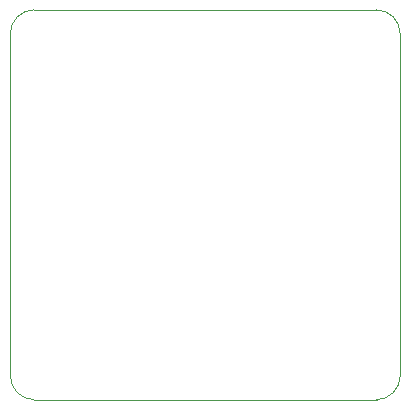
<source format=gm1>
G04 #@! TF.GenerationSoftware,KiCad,Pcbnew,(5.1.10)-1*
G04 #@! TF.CreationDate,2022-08-02T17:39:56+02:00*
G04 #@! TF.ProjectId,pcb_resistive_sole,7063625f-7265-4736-9973-746976655f73,rev?*
G04 #@! TF.SameCoordinates,Original*
G04 #@! TF.FileFunction,Profile,NP*
%FSLAX46Y46*%
G04 Gerber Fmt 4.6, Leading zero omitted, Abs format (unit mm)*
G04 Created by KiCad (PCBNEW (5.1.10)-1) date 2022-08-02 17:39:56*
%MOMM*%
%LPD*%
G01*
G04 APERTURE LIST*
G04 #@! TA.AperFunction,Profile*
%ADD10C,0.100000*%
G04 #@! TD*
G04 #@! TA.AperFunction,Profile*
%ADD11C,0.050000*%
G04 #@! TD*
G04 APERTURE END LIST*
D10*
X161745000Y-80665000D02*
G75*
G03*
X159745000Y-78665000I-2000000J0D01*
G01*
X128745000Y-80665000D02*
G75*
G02*
X130745000Y-78665000I2000000J0D01*
G01*
X130745000Y-78665000D02*
X159745000Y-78665000D01*
X128745000Y-109665000D02*
G75*
G03*
X130745000Y-111665000I2000000J0D01*
G01*
X161745000Y-109665000D02*
G75*
G02*
X159745000Y-111665000I-2000000J0D01*
G01*
X130745000Y-111665000D02*
X159745000Y-111665000D01*
X161745000Y-80665000D02*
X161745000Y-109665000D01*
D11*
X128745000Y-109665000D02*
X128745000Y-80665000D01*
M02*

</source>
